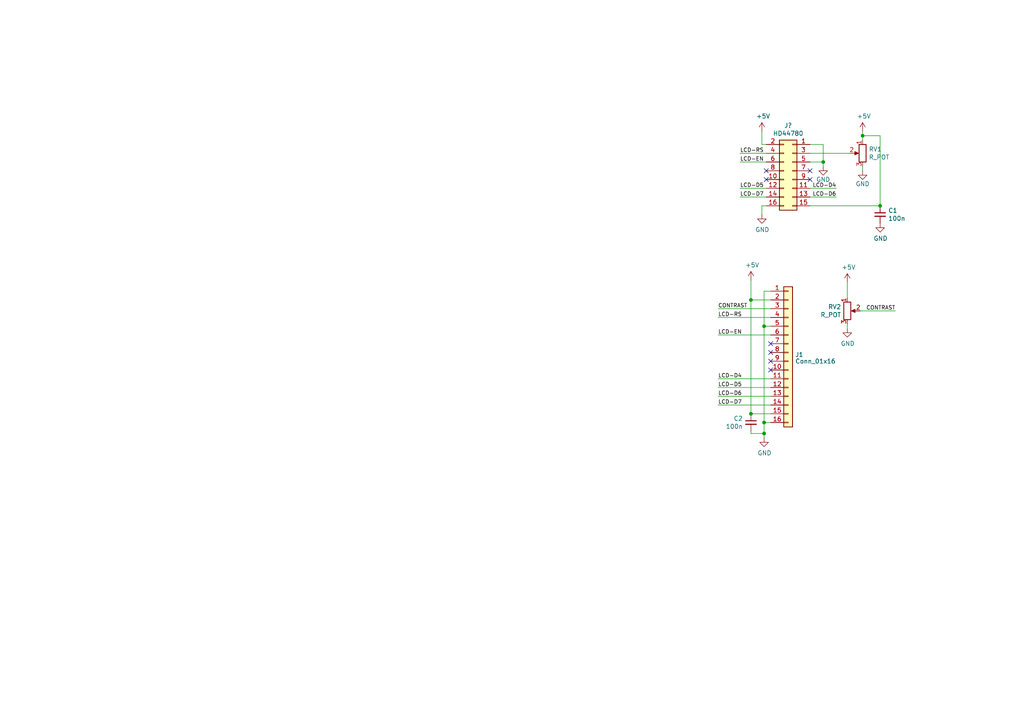
<source format=kicad_sch>
(kicad_sch (version 20230121) (generator eeschema)
  (paper "A4")
  (title_block (date "2018-08-19"))
  (lib_symbols
    (symbol "Connector_Generic:Conn_01x16" (pin_names (offset 1.016) hide)
      (property "Reference" "J" (at 0 20.32 0))
      (property "Value" "Conn_01x16" (at 0 -22.86 0))
      (symbol "Conn_01x16_1_1"
        (rectangle (start -1.27 -20.193) (end 0 -20.447) (stroke (width 0.1524)))
        (rectangle (start -1.27 -17.653) (end 0 -17.907) (stroke (width 0.1524)))
        (rectangle (start -1.27 -15.113) (end 0 -15.367) (stroke (width 0.1524)))
        (rectangle (start -1.27 -12.573) (end 0 -12.827) (stroke (width 0.1524)))
        (rectangle (start -1.27 -10.033) (end 0 -10.287) (stroke (width 0.1524)))
        (rectangle (start -1.27 -7.493) (end 0 -7.747) (stroke (width 0.1524)))
        (rectangle (start -1.27 -4.953) (end 0 -5.207) (stroke (width 0.1524)))
        (rectangle (start -1.27 -2.413) (end 0 -2.667) (stroke (width 0.1524)))
        (rectangle (start -1.27 0.127) (end 0 -0.127) (stroke (width 0.1524)))
        (rectangle (start -1.27 2.667) (end 0 2.413) (stroke (width 0.1524)))
        (rectangle (start -1.27 5.207) (end 0 4.953) (stroke (width 0.1524)))
        (rectangle (start -1.27 7.747) (end 0 7.493) (stroke (width 0.1524)))
        (rectangle (start -1.27 10.287) (end 0 10.033) (stroke (width 0.1524)))
        (rectangle (start -1.27 12.827) (end 0 12.573) (stroke (width 0.1524)))
        (rectangle (start -1.27 15.367) (end 0 15.113) (stroke (width 0.1524)))
        (rectangle (start -1.27 17.907) (end 0 17.653) (stroke (width 0.1524)))
        (rectangle (start -1.27 19.05) (end 1.27 -21.59) (stroke (width 0.254)) (fill (type background)))
        (pin passive line (at -5.08 17.78 0) (length 3.81) (name "Pin_1") (number "1"))
        (pin passive line (at -5.08 -5.08 0) (length 3.81) (name "Pin_10") (number "10"))
        (pin passive line (at -5.08 -7.62 0) (length 3.81) (name "Pin_11") (number "11"))
        (pin passive line (at -5.08 -10.16 0) (length 3.81) (name "Pin_12") (number "12"))
        (pin passive line (at -5.08 -12.7 0) (length 3.81) (name "Pin_13") (number "13"))
        (pin passive line (at -5.08 -15.24 0) (length 3.81) (name "Pin_14") (number "14"))
        (pin passive line (at -5.08 -17.78 0) (length 3.81) (name "Pin_15") (number "15"))
        (pin passive line (at -5.08 -20.32 0) (length 3.81) (name "Pin_16") (number "16"))
        (pin passive line (at -5.08 15.24 0) (length 3.81) (name "Pin_2") (number "2"))
        (pin passive line (at -5.08 12.7 0) (length 3.81) (name "Pin_3") (number "3"))
        (pin passive line (at -5.08 10.16 0) (length 3.81) (name "Pin_4") (number "4"))
        (pin passive line (at -5.08 7.62 0) (length 3.81) (name "Pin_5") (number "5"))
        (pin passive line (at -5.08 5.08 0) (length 3.81) (name "Pin_6") (number "6"))
        (pin passive line (at -5.08 2.54 0) (length 3.81) (name "Pin_7") (number "7"))
        (pin passive line (at -5.08 0 0) (length 3.81) (name "Pin_8") (number "8"))
        (pin passive line (at -5.08 -2.54 0) (length 3.81) (name "Pin_9") (number "9"))
      )
    )
    (symbol "Connector_Generic:Conn_02x08_Odd_Even" (pin_names (offset 1.016) hide)
      (property "Reference" "J" (at 1.27 10.16 0))
      (property "Value" "Conn_02x08_Odd_Even" (at 1.27 -12.7 0))
      (symbol "Conn_02x08_Odd_Even_1_1"
        (rectangle (start -1.27 -10.033) (end 0 -10.287) (stroke (width 0.1524)))
        (rectangle (start -1.27 -7.493) (end 0 -7.747) (stroke (width 0.1524)))
        (rectangle (start -1.27 -4.953) (end 0 -5.207) (stroke (width 0.1524)))
        (rectangle (start -1.27 -2.413) (end 0 -2.667) (stroke (width 0.1524)))
        (rectangle (start -1.27 0.127) (end 0 -0.127) (stroke (width 0.1524)))
        (rectangle (start -1.27 2.667) (end 0 2.413) (stroke (width 0.1524)))
        (rectangle (start -1.27 5.207) (end 0 4.953) (stroke (width 0.1524)))
        (rectangle (start -1.27 7.747) (end 0 7.493) (stroke (width 0.1524)))
        (rectangle (start -1.27 8.89) (end 3.81 -11.43) (stroke (width 0.254)) (fill (type background)))
        (rectangle (start 3.81 -10.033) (end 2.54 -10.287) (stroke (width 0.1524)))
        (rectangle (start 3.81 -7.493) (end 2.54 -7.747) (stroke (width 0.1524)))
        (rectangle (start 3.81 -4.953) (end 2.54 -5.207) (stroke (width 0.1524)))
        (rectangle (start 3.81 -2.413) (end 2.54 -2.667) (stroke (width 0.1524)))
        (rectangle (start 3.81 0.127) (end 2.54 -0.127) (stroke (width 0.1524)))
        (rectangle (start 3.81 2.667) (end 2.54 2.413) (stroke (width 0.1524)))
        (rectangle (start 3.81 5.207) (end 2.54 4.953) (stroke (width 0.1524)))
        (rectangle (start 3.81 7.747) (end 2.54 7.493) (stroke (width 0.1524)))
        (pin passive line (at -5.08 7.62 0) (length 3.81) (name "Pin_1") (number "1"))
        (pin passive line (at 7.62 -2.54 180) (length 3.81) (name "Pin_10") (number "10"))
        (pin passive line (at -5.08 -5.08 0) (length 3.81) (name "Pin_11") (number "11"))
        (pin passive line (at 7.62 -5.08 180) (length 3.81) (name "Pin_12") (number "12"))
        (pin passive line (at -5.08 -7.62 0) (length 3.81) (name "Pin_13") (number "13"))
        (pin passive line (at 7.62 -7.62 180) (length 3.81) (name "Pin_14") (number "14"))
        (pin passive line (at -5.08 -10.16 0) (length 3.81) (name "Pin_15") (number "15"))
        (pin passive line (at 7.62 -10.16 180) (length 3.81) (name "Pin_16") (number "16"))
        (pin passive line (at 7.62 7.62 180) (length 3.81) (name "Pin_2") (number "2"))
        (pin passive line (at -5.08 5.08 0) (length 3.81) (name "Pin_3") (number "3"))
        (pin passive line (at 7.62 5.08 180) (length 3.81) (name "Pin_4") (number "4"))
        (pin passive line (at -5.08 2.54 0) (length 3.81) (name "Pin_5") (number "5"))
        (pin passive line (at 7.62 2.54 180) (length 3.81) (name "Pin_6") (number "6"))
        (pin passive line (at -5.08 0 0) (length 3.81) (name "Pin_7") (number "7"))
        (pin passive line (at 7.62 0 180) (length 3.81) (name "Pin_8") (number "8"))
        (pin passive line (at -5.08 -2.54 0) (length 3.81) (name "Pin_9") (number "9"))
      )
    )
    (symbol "Device:C_Small" (pin_numbers hide) (pin_names (offset 0.254) hide)
      (property "Reference" "C" (at 0.254 1.778 0))
      (property "Value" "C_Small" (at 0.254 -2.032 0))
      (symbol "C_Small_0_1"
        (polyline (pts (xy -1.524 -0.508) (xy 1.524 -0.508)) (stroke (width 0.3302)))
        (polyline (pts (xy -1.524 0.508) (xy 1.524 0.508)) (stroke (width 0.3048)))
      )
      (symbol "C_Small_1_1"
        (pin passive line (at 0 2.54 270) (length 2.032) (name "~") (number "1"))
        (pin passive line (at 0 -2.54 90) (length 2.032) (name "~") (number "2"))
      )
    )
    (symbol "Device:R_POT" (pin_names (offset 1.016) hide)
      (property "Reference" "RV" (at -4.445 0 90))
      (property "Value" "Device_R_POT" (at -2.54 0 90))
      (symbol "R_POT_0_1"
        (polyline (pts (xy 2.54 0) (xy 1.524 0)))
        (polyline (pts (xy 1.143 0) (xy 2.286 0.508) (xy 2.286 -0.508) (xy 1.143 0)) (fill (type outline)))
        (rectangle (start 1.016 2.54) (end -1.016 -2.54) (stroke (width 0.254)))
      )
      (symbol "R_POT_1_1"
        (pin passive line (at 0 3.81 270) (length 1.27) (name "1") (number "1"))
        (pin passive line (at 3.81 0 180) (length 1.27) (name "2") (number "2"))
        (pin passive line (at 0 -3.81 90) (length 1.27) (name "3") (number "3"))
      )
    )
    (symbol "power:+5V" (power) (pin_names (offset 0))
      (property "Value" "+5V" (at 0 3.556 0))
      (symbol "+5V_0_1"
        (polyline (pts (xy -0.762 1.27) (xy 0 2.54)))
        (polyline (pts (xy 0 0) (xy 0 2.54)))
        (polyline (pts (xy 0 2.54) (xy 0.762 1.27)))
      )
      (symbol "+5V_1_1"
        (pin power_in line (at 0 0 90) (length 0) hide (name "+5V") (number "1"))
      )
    )
    (symbol "power:GND" (power) (pin_names (offset 0))
      (property "Value" "GND" (at 0 -3.81 0))
      (symbol "GND_0_1"
        (polyline (pts (xy 0 0) (xy 0 -1.27) (xy 1.27 -1.27) (xy 0 -2.54) (xy -1.27 -1.27) (xy 0 -1.27)))
      )
      (symbol "GND_1_1"
        (pin power_in line (at 0 0 270) (length 0) hide (name "GND") (number "1"))
      )
    )
  )
  (junction (at 255.27 59.69))
  (junction (at 221.615 122.555))
  (junction (at 217.805 120.015))
  (junction (at 217.805 86.995))
  (junction (at 221.615 125.73))
  (junction (at 221.615 94.615))
  (junction (at 238.76 46.99))
  (junction (at 250.19 39.37))
  (no_connect (at 223.52 104.775))
  (no_connect (at 234.95 52.07))
  (no_connect (at 234.95 49.53))
  (no_connect (at 222.25 49.53))
  (no_connect (at 222.25 52.07))
  (no_connect (at 223.52 99.695))
  (no_connect (at 223.52 102.235))
  (no_connect (at 223.52 107.315))
  (wire (pts (xy 234.95 54.61) (xy 242.57 54.61)))
  (wire (pts (xy 214.63 44.45) (xy 222.25 44.45)))
  (wire (pts (xy 221.615 125.73) (xy 221.615 127)))
  (wire (pts (xy 208.28 92.075) (xy 223.52 92.075)))
  (wire (pts (xy 208.28 109.855) (xy 223.52 109.855)))
  (wire (pts (xy 245.745 81.915) (xy 245.745 86.36)))
  (wire (pts (xy 217.805 81.28) (xy 217.805 86.995)))
  (wire (pts (xy 214.63 46.99) (xy 222.25 46.99)))
  (wire (pts (xy 208.28 97.155) (xy 223.52 97.155)))
  (wire (pts (xy 234.95 44.45) (xy 246.38 44.45)))
  (wire (pts (xy 223.52 120.015) (xy 217.805 120.015)))
  (wire (pts (xy 234.95 46.99) (xy 238.76 46.99)))
  (wire (pts (xy 250.19 40.64) (xy 250.19 39.37)))
  (wire (pts (xy 250.19 49.53) (xy 250.19 48.26)))
  (wire (pts (xy 208.28 112.395) (xy 223.52 112.395)))
  (wire (pts (xy 221.615 94.615) (xy 221.615 84.455)))
  (wire (pts (xy 250.19 39.37) (xy 250.19 38.1)))
  (wire (pts (xy 234.95 59.69) (xy 255.27 59.69)))
  (wire (pts (xy 220.98 62.23) (xy 220.98 59.69)))
  (wire (pts (xy 221.615 84.455) (xy 223.52 84.455)))
  (wire (pts (xy 221.615 122.555) (xy 221.615 125.73)))
  (wire (pts (xy 214.63 54.61) (xy 222.25 54.61)))
  (wire (pts (xy 221.615 122.555) (xy 221.615 94.615)))
  (wire (pts (xy 221.615 94.615) (xy 223.52 94.615)))
  (wire (pts (xy 217.805 125.73) (xy 221.615 125.73)))
  (wire (pts (xy 220.98 41.91) (xy 220.98 38.1)))
  (wire (pts (xy 217.805 125.095) (xy 217.805 125.73)))
  (wire (pts (xy 255.27 59.69) (xy 255.27 39.37)))
  (wire (pts (xy 217.805 86.995) (xy 223.52 86.995)))
  (wire (pts (xy 208.28 89.535) (xy 223.52 89.535)))
  (wire (pts (xy 220.98 59.69) (xy 222.25 59.69)))
  (wire (pts (xy 221.615 122.555) (xy 223.52 122.555)))
  (wire (pts (xy 238.76 46.99) (xy 238.76 48.26)))
  (wire (pts (xy 238.76 41.91) (xy 234.95 41.91)))
  (wire (pts (xy 234.95 57.15) (xy 242.57 57.15)))
  (wire (pts (xy 214.63 57.15) (xy 222.25 57.15)))
  (wire (pts (xy 208.28 117.475) (xy 223.52 117.475)))
  (wire (pts (xy 245.745 93.98) (xy 245.745 95.25)))
  (wire (pts (xy 255.27 39.37) (xy 250.19 39.37)))
  (wire (pts (xy 222.25 41.91) (xy 220.98 41.91)))
  (wire (pts (xy 238.76 41.91) (xy 238.76 46.99)))
  (wire (pts (xy 217.805 86.995) (xy 217.805 120.015)))
  (wire (pts (xy 249.555 90.17) (xy 259.715 90.17)))
  (wire (pts (xy 208.28 114.935) (xy 223.52 114.935)))
  (label "CONTRAST" (at 208.28 89.535 0) (effects (font (size 1.1176 1.1176))))
  (label "LCD-D6" (at 242.57 57.15 180) (effects (font (size 1.1176 1.1176))))
  (label "LCD-D4" (at 242.57 54.61 180) (effects (font (size 1.1176 1.1176))))
  (label "LCD-D5" (at 214.63 54.61 0) (effects (font (size 1.1176 1.1176))))
  (label "LCD-D4" (at 208.28 109.855 0) (effects (font (size 1.1176 1.1176))))
  (label "LCD-RS" (at 214.63 44.45 0) (effects (font (size 1.1176 1.1176))))
  (label "LCD-D5" (at 208.28 112.395 0) (effects (font (size 1.1176 1.1176))))
  (label "LCD-D7" (at 208.28 117.475 0) (effects (font (size 1.1176 1.1176))))
  (label "LCD-RS" (at 208.28 92.075 0) (effects (font (size 1.1176 1.1176))))
  (label "LCD-EN" (at 214.63 46.99 0) (effects (font (size 1.1176 1.1176))))
  (label "LCD-EN" (at 208.28 97.155 0) (effects (font (size 1.1176 1.1176))))
  (label "CONTRAST" (at 259.715 90.17 180) (effects (font (size 1.1176 1.1176))))
  (label "LCD-D6" (at 208.28 114.935 0) (effects (font (size 1.1176 1.1176))))
  (label "LCD-D7" (at 214.63 57.15 0) (effects (font (size 1.1176 1.1176))))
  (symbol (lib_id "Connector_Generic:Conn_02x08_Odd_Even") (at 229.87 49.53 0) (mirror y) (unit 1)
    (property "Reference" "J?" (at 228.6 36.3982 0))
    (property "Value" "HD44780" (at 228.6 38.7096 0))
  )
  (symbol (lib_id "power:GND") (at 238.76 48.26 0) (unit 1)
    (property "Reference" "#PWR?" (effects hide))
    (property "Value" "GND" (at 238.76 52.07 0))
  )
  (symbol (lib_id "power:GND") (at 250.19 49.53 0) (unit 1)
    (property "Reference" "#PWR?" (effects hide))
    (property "Value" "GND" (at 250.19 53.34 0))
  )
  (symbol (lib_id "power:+5V") (at 250.19 38.1 0) (unit 1)
    (property "Reference" "#PWR?" (effects hide))
    (property "Value" "+5V" (at 250.571 33.7058 0))
  )
  (symbol (lib_id "power:+5V") (at 220.98 38.1 0) (unit 1)
    (property "Reference" "#PWR03" (effects hide))
    (property "Value" "+5V" (at 221.361 33.7058 0))
  )
  (symbol (lib_id "Device:C_Small") (at 217.805 122.555 0) (mirror y) (unit 1)
    (property "Reference" "C2" (at 215.4682 121.3866 0) (effects (justify left)))
    (property "Value" "100n" (at 215.4682 123.698 0) (effects (justify left)))
  )
  (symbol (lib_id "power:+5V") (at 245.745 81.915 0) (unit 1)
    (property "Reference" "#PWR05" (effects hide))
    (property "Value" "+5V" (at 246.126 77.5208 0))
  )
  (symbol (lib_id "Device:R_POT") (at 250.19 44.45 0) (mirror y) (unit 1)
    (property "Reference" "RV1" (at 251.968 43.2816 0) (effects (justify right)))
    (property "Value" "R_POT" (at 251.968 45.593 0) (effects (justify right)))
  )
  (symbol (lib_id "power:GND") (at 245.745 95.25 0) (unit 1)
    (property "Reference" "#PWR07" (effects hide))
    (property "Value" "GND" (at 245.872 99.6442 0))
  )
  (symbol (lib_id "Device:R_POT") (at 245.745 90.17 0) (unit 1)
    (property "Reference" "RV2" (at 243.967 89.0016 0) (effects (justify right)))
    (property "Value" "R_POT" (at 243.967 91.313 0) (effects (justify right)))
  )
  (symbol (lib_id "Device:C_Small") (at 255.27 62.23 0) (unit 1)
    (property "Reference" "C1" (at 257.6068 61.0616 0) (effects (justify left)))
    (property "Value" "100n" (at 257.6068 63.373 0) (effects (justify left)))
  )
  (symbol (lib_id "power:GND") (at 220.98 62.23 0) (unit 1)
    (property "Reference" "#PWR01" (effects hide))
    (property "Value" "GND" (at 221.107 66.6242 0))
  )
  (symbol (lib_id "Connector_Generic:Conn_01x16") (at 228.6 102.235 0) (unit 1)
    (property "Reference" "J1" (at 230.632 102.8613 0) (effects (justify left)))
    (property "Value" "Conn_01x16" (at 230.632 104.7823 0) (effects (justify left)))
  )
  (symbol (lib_id "power:GND") (at 221.615 127 0) (unit 1)
    (property "Reference" "#PWR02" (effects hide))
    (property "Value" "GND" (at 221.742 131.3942 0))
  )
  (symbol (lib_id "power:+5V") (at 217.805 81.28 0) (unit 1)
    (property "Reference" "#PWR04" (effects hide))
    (property "Value" "+5V" (at 218.186 76.8858 0))
  )
  (symbol (lib_id "power:GND") (at 255.27 64.77 0) (unit 1)
    (property "Reference" "#PWR06" (effects hide))
    (property "Value" "GND" (at 255.397 69.1642 0))
  )
)
</source>
